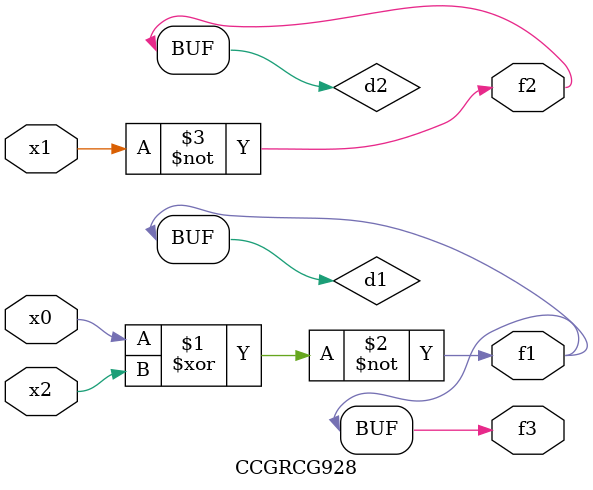
<source format=v>
module CCGRCG928(
	input x0, x1, x2,
	output f1, f2, f3
);

	wire d1, d2, d3;

	xnor (d1, x0, x2);
	nand (d2, x1);
	nor (d3, x1, x2);
	assign f1 = d1;
	assign f2 = d2;
	assign f3 = d1;
endmodule

</source>
